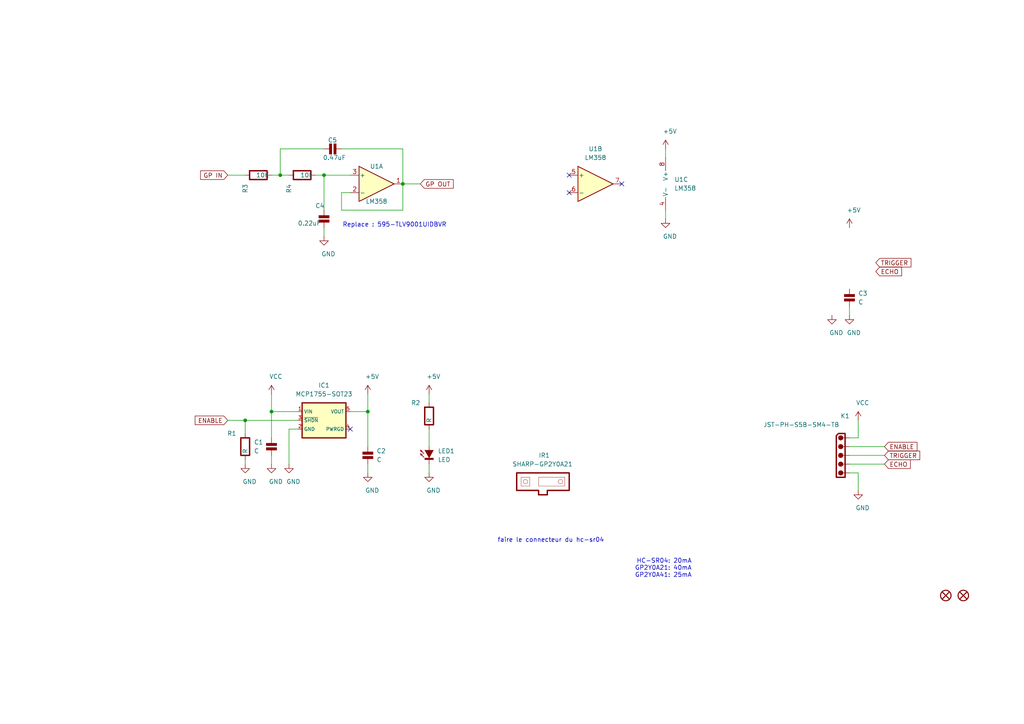
<source format=kicad_sch>
(kicad_sch (version 20210126) (generator eeschema)
  (paper "A4")
  (title_block (title "Diagram") (date "01/2021") (rev "A") (comment 1 "TBOT - PIC8-Bit"))
  (lib_symbols
    (symbol "Amplifier_Operational:LM358" (pin_names (offset 0.127))
      (property "Reference" "U" (at 0 5.08 0))
      (property "Value" "LM358" (at 0 -5.08 0))
      (symbol "LM358_1_1"
        (polyline (pts (xy -5.08 5.08) (xy 5.08 0) (xy -5.08 -5.08) (xy -5.08 5.08)) (stroke (width 0.254)) (fill (type background)))
        (pin output line (at 7.62 0 180) (length 2.54) (name "~") (number "1"))
        (pin input line (at -7.62 -2.54 0) (length 2.54) (name "-") (number "2"))
        (pin input line (at -7.62 2.54 0) (length 2.54) (name "+") (number "3"))
      )
      (symbol "LM358_2_1"
        (polyline (pts (xy -5.08 5.08) (xy 5.08 0) (xy -5.08 -5.08) (xy -5.08 5.08)) (stroke (width 0.254)) (fill (type background)))
        (pin input line (at -7.62 2.54 0) (length 2.54) (name "+") (number "5"))
        (pin input line (at -7.62 -2.54 0) (length 2.54) (name "-") (number "6"))
        (pin output line (at 7.62 0 180) (length 2.54) (name "~") (number "7"))
      )
      (symbol "LM358_3_1"
        (pin power_in line (at -2.54 -7.62 90) (length 3.81) (name "V-") (number "4"))
        (pin power_in line (at -2.54 7.62 270) (length 3.81) (name "V+") (number "8"))
      )
    )
    (symbol "power:+5V" (power) (pin_names (offset 0))
      (property "Value" "+5V" (at 0 3.556 0))
      (symbol "+5V_0_1"
        (polyline (pts (xy -0.762 1.27) (xy 0 2.54)))
        (polyline (pts (xy 0 0) (xy 0 2.54)))
        (polyline (pts (xy 0 2.54) (xy 0.762 1.27)))
      )
      (symbol "+5V_1_1"
        (pin power_in line (at 0 0 90) (length 0) hide (name "+5V") (number "1"))
      )
    )
    (symbol "power:GND" (power) (pin_names (offset 0))
      (property "Value" "GND" (at 0 -3.81 0))
      (symbol "GND_0_1"
        (polyline (pts (xy 0 0) (xy 0 -1.27) (xy 1.27 -1.27) (xy 0 -2.54) (xy -1.27 -1.27) (xy 0 -1.27)))
      )
      (symbol "GND_1_1"
        (pin power_in line (at 0 0 270) (length 0) hide (name "GND") (number "1"))
      )
    )
    (symbol "power:VCC" (power) (pin_names (offset 0))
      (property "Value" "VCC" (at 0 3.81 0))
      (symbol "VCC_0_1"
        (polyline (pts (xy -0.762 1.27) (xy 0 2.54)))
        (polyline (pts (xy 0 0) (xy 0 2.54)))
        (polyline (pts (xy 0 2.54) (xy 0.762 1.27)))
      )
      (symbol "VCC_1_1"
        (pin power_in line (at 0 0 90) (length 0) hide (name "VCC") (number "1"))
      )
    )
    (symbol "tronixALL:C" (pin_numbers hide) (pin_names (offset 0) hide)
      (property "Reference" "C" (at 0.635 2.54 0))
      (property "Value" "C" (at 0.635 -2.54 0))
      (symbol "C_0_1"
        (rectangle (start -1.524 -0.254) (end 1.524 -1.016) (stroke (width 0.001)) (fill (type outline)))
        (rectangle (start -1.524 1.016) (end 1.524 0.254) (stroke (width 0.001)) (fill (type outline)))
      )
      (symbol "C_1_1"
        (pin passive line (at 0 2.54 270) (length 1.905) (name "~") (number "1"))
        (pin passive line (at 0 -2.54 90) (length 1.905) (name "~") (number "2"))
      )
    )
    (symbol "tronixALL:JST-PH-S5B-SM4-TB" (pin_numbers hide) (pin_names (offset 0) hide)
      (property "Reference" "K" (at 0 2.54 0))
      (property "Value" "JST-PH-S5B-SM4-TB" (at 0 -12.7 0))
      (symbol "JST-PH-S5B-SM4-TB_0_1"
        (circle (center 0 0) (radius 0.635) (stroke (width 0.2)) (fill (type outline)))
        (circle (center 0 -2.54) (radius 0.635) (stroke (width 0.2)) (fill (type outline)))
        (circle (center 0 -5.08) (radius 0.635) (stroke (width 0.2)) (fill (type outline)))
        (circle (center 0 -7.62) (radius 0.635) (stroke (width 0.2)) (fill (type outline)))
        (circle (center 0 -10.16) (radius 0.635) (stroke (width 0.2)) (fill (type outline)))
        (polyline (pts (xy -1.27 -11.43) (xy 1.27 -11.43) (xy 1.27 0.635) (xy 0.635 1.27) (xy -1.27 1.27) (xy -1.27 -11.43)) (stroke (width 0.4)))
      )
      (symbol "JST-PH-S5B-SM4-TB_1_1"
        (pin passive line (at -2.54 0 0) (length 1.905) (name "1") (number "1"))
        (pin passive line (at -2.54 -2.54 0) (length 1.905) (name "2") (number "2"))
        (pin passive line (at -2.54 -5.08 0) (length 1.905) (name "3") (number "3"))
        (pin passive line (at -2.54 -7.62 0) (length 1.905) (name "4") (number "4"))
        (pin passive line (at -2.54 -10.16 0) (length 1.905) (name "5") (number "5"))
      )
    )
    (symbol "tronixALL:LED" (pin_numbers hide) (pin_names (offset 0) hide)
      (property "Reference" "LED" (at 0 -2.54 0))
      (property "Value" "LED" (at 0 -5.08 0))
      (symbol "LED_0_1"
        (rectangle (start -1.27 1.27) (end -0.762 -1.27) (stroke (width 0.001)) (fill (type outline)))
        (polyline (pts (xy 1.524 -1.27) (xy 1.524 1.27) (xy -0.762 0) (xy 1.524 -1.27)) (stroke (width 0.001)) (fill (type outline)))
        (polyline (pts (xy 0.508 1.524) (xy 1.524 2.54) (xy 1.27 2.032) (xy 1.016 2.286) (xy 1.524 2.54)) (stroke (width 0.2)))
        (polyline (pts (xy -0.508 1.524) (xy 0.508 2.54) (xy 0.254 2.032) (xy 0 2.286) (xy 0.508 2.54)) (stroke (width 0.2)))
      )
      (symbol "LED_1_1"
        (pin passive line (at -2.54 0 0) (length 1.27) (name "K") (number "1"))
        (pin passive line (at 2.54 0 180) (length 1.27) (name "A") (number "2"))
      )
    )
    (symbol "tronixALL:MCP1755-SOT23" (pin_names (offset 0.5))
      (property "Reference" "IC" (at 0 7.62 0))
      (property "Value" "MCP1755-SOT23" (at 0 -7.62 0))
      (symbol "MCP1755-SOT23_0_1"
        (rectangle (start -6.35 5.08) (end 6.35 -5.08) (stroke (width 0.4)) (fill (type background)))
      )
      (symbol "MCP1755-SOT23_1_1"
        (pin power_in line (at -7.62 2.54 0) (length 1.27) (name "VIN") (number "1"))
        (pin power_in line (at -7.62 -2.54 0) (length 1.27) (name "GND") (number "2"))
        (pin input line (at -7.62 0 0) (length 1.27) (name "~SHDN") (number "3"))
        (pin open_collector line (at 7.62 -2.54 180) (length 1.27) (name "PWRGD") (number "4"))
        (pin input line (at 7.62 2.54 180) (length 1.27) (name "VOUT") (number "5"))
      )
    )
    (symbol "tronixALL:MOUNTING-HOLE-MASK-3MM_1" (pin_numbers hide) (pin_names (offset 0) hide) (in_bom no)
      (symbol "MOUNTING-HOLE-MASK-3MM_1_0_1"
        (circle (center 0 0) (radius 1.524) (stroke (width 0.3)))
        (polyline (pts (xy -1.016 -1.016) (xy 1.016 1.016)) (stroke (width 0.3)))
        (polyline (pts (xy 1.016 -1.016) (xy -1.016 1.016)) (stroke (width 0.3)))
      )
    )
    (symbol "tronixALL:MOUNTING-HOLE-MASK-3MM_3" (pin_numbers hide) (pin_names (offset 0) hide) (in_bom no)
      (symbol "MOUNTING-HOLE-MASK-3MM_3_0_1"
        (circle (center 0 0) (radius 1.524) (stroke (width 0.3)))
        (polyline (pts (xy -1.016 -1.016) (xy 1.016 1.016)) (stroke (width 0.3)))
        (polyline (pts (xy 1.016 -1.016) (xy -1.016 1.016)) (stroke (width 0.3)))
      )
    )
    (symbol "tronixALL:R" (pin_numbers hide) (pin_names (offset 0) hide)
      (property "Reference" "R" (at 2.54 0 90))
      (property "Value" "R" (at 0 0 90))
      (symbol "R_0_1"
        (rectangle (start -1.27 -2.54) (end 1.27 2.54) (stroke (width 0.4)))
      )
      (symbol "R_1_1"
        (pin passive line (at 0 3.81 270) (length 1.27) (name "~") (number "1"))
        (pin passive line (at 0 -3.81 90) (length 1.27) (name "~") (number "2"))
      )
    )
    (symbol "tronixALL:SHARP-GP2Y0A21" (pin_numbers hide) (pin_names (offset 0) hide)
      (property "Reference" "IR" (at 0 3.81 0))
      (property "Value" "SHARP-GP2Y0A21" (at 0 -5.08 0))
      (symbol "SHARP-GP2Y0A21_0_1"
        (circle (center 5.08 0) (radius 0.635) (stroke (width 0.0006)))
        (circle (center -5.08 0) (radius 0.635) (stroke (width 0.0006)))
        (rectangle (start -6.35 -1.27) (end -3.81 1.27) (stroke (width 0.0006)))
        (rectangle (start -1.27 -1.27) (end 6.35 1.27) (stroke (width 0.0006)))
        (polyline (pts (xy -7.62 -2.54) (xy -1.27 -2.54) (xy -1.27 -3.81) (xy 1.27 -3.81) (xy 1.27 -2.54) (xy 7.62 -2.54) (xy 7.62 2.54) (xy -7.62 2.54) (xy -7.62 -2.54)) (stroke (width 0.4)))
      )
    )
  )
  (junction (at 71.12 121.92) (diameter 0.9144))
  (junction (at 78.74 119.38) (diameter 0.9144))
  (junction (at 81.28 50.8) (diameter 0.9144))
  (junction (at 93.98 50.8) (diameter 0.9144))
  (junction (at 106.68 119.38) (diameter 0.9144))
  (junction (at 116.84 53.34) (diameter 0.9144))
  (no_connect (at 101.6 124.46))
  (no_connect (at 165.1 50.8))
  (no_connect (at 165.1 55.88))
  (no_connect (at 180.34 53.34))
  (wire (pts (xy 66.04 50.8) (xy 71.12 50.8)))
  (wire (pts (xy 66.04 121.92) (xy 71.12 121.92)))
  (wire (pts (xy 71.12 121.92) (xy 71.12 125.73)))
  (wire (pts (xy 71.12 121.92) (xy 86.36 121.92)))
  (wire (pts (xy 71.12 133.35) (xy 71.12 134.62)))
  (wire (pts (xy 78.74 50.8) (xy 81.28 50.8)))
  (wire (pts (xy 78.74 119.38) (xy 78.74 114.3)))
  (wire (pts (xy 78.74 119.38) (xy 78.74 127)))
  (wire (pts (xy 78.74 132.08) (xy 78.74 134.62)))
  (wire (pts (xy 81.28 43.18) (xy 81.28 50.8)))
  (wire (pts (xy 81.28 50.8) (xy 83.82 50.8)))
  (wire (pts (xy 83.82 124.46) (xy 83.82 134.62)))
  (wire (pts (xy 86.36 119.38) (xy 78.74 119.38)))
  (wire (pts (xy 86.36 124.46) (xy 83.82 124.46)))
  (wire (pts (xy 91.44 50.8) (xy 93.98 50.8)))
  (wire (pts (xy 93.98 43.18) (xy 81.28 43.18)))
  (wire (pts (xy 93.98 50.8) (xy 93.98 60.96)))
  (wire (pts (xy 93.98 50.8) (xy 101.6 50.8)))
  (wire (pts (xy 93.98 66.04) (xy 93.98 68.58)))
  (wire (pts (xy 99.06 43.18) (xy 116.84 43.18)))
  (wire (pts (xy 99.06 55.88) (xy 99.06 60.96)))
  (wire (pts (xy 99.06 60.96) (xy 116.84 60.96)))
  (wire (pts (xy 101.6 55.88) (xy 99.06 55.88)))
  (wire (pts (xy 101.6 119.38) (xy 106.68 119.38)))
  (wire (pts (xy 106.68 119.38) (xy 106.68 114.3)))
  (wire (pts (xy 106.68 119.38) (xy 106.68 129.54)))
  (wire (pts (xy 106.68 134.62) (xy 106.68 137.16)))
  (wire (pts (xy 116.84 43.18) (xy 116.84 53.34)))
  (wire (pts (xy 116.84 53.34) (xy 116.84 60.96)))
  (wire (pts (xy 116.84 53.34) (xy 121.92 53.34)))
  (wire (pts (xy 124.46 114.3) (xy 124.46 116.84)))
  (wire (pts (xy 124.46 124.46) (xy 124.46 129.54)))
  (wire (pts (xy 124.46 134.62) (xy 124.46 137.16)))
  (wire (pts (xy 193.04 43.18) (xy 193.04 45.72)))
  (wire (pts (xy 193.04 60.96) (xy 193.04 63.5)))
  (wire (pts (xy 246.38 88.9) (xy 246.38 91.44)))
  (wire (pts (xy 246.38 127) (xy 248.92 127)))
  (wire (pts (xy 246.38 129.54) (xy 256.54 129.54)))
  (wire (pts (xy 246.38 132.08) (xy 256.54 132.08)))
  (wire (pts (xy 246.38 134.62) (xy 256.54 134.62)))
  (wire (pts (xy 246.38 137.16) (xy 248.92 137.16)))
  (wire (pts (xy 248.92 127) (xy 248.92 121.92)))
  (wire (pts (xy 248.92 137.16) (xy 248.92 142.24)))
  (text "Replace : 595-TLV9001UIDBVR" (at 129.54 66.04 180) (effects (font (size 1.27 1.27)) (justify right bottom)))
  (text "faire le connecteur du hc-sr04\n" (at 175.26 157.48 180) (effects (font (size 1.27 1.27)) (justify right bottom)))
  (text "HC-SR04: 20mA\nGP2Y0A21: 40mA\nGP2Y0A41: 25mA" (at 200.66 167.64 180) (effects (font (size 1.27 1.27)) (justify right bottom)))
  (global_label "GP IN" (shape input) (at 66.04 50.8 180) (property "Intersheet References" "${INTERSHEET_REFS}" (effects hide)))
  (global_label "ENABLE" (shape input) (at 66.04 121.92 180) (property "Intersheet References" "${INTERSHEET_REFS}" (effects hide)))
  (global_label "GP OUT" (shape input) (at 121.92 53.34 0) (property "Intersheet References" "${INTERSHEET_REFS}" (effects hide)))
  (global_label "TRIGGER" (shape input) (at 254 76.2 0) (property "Intersheet References" "${INTERSHEET_REFS}" (effects hide)))
  (global_label "ECHO" (shape input) (at 254 78.74 0) (property "Intersheet References" "${INTERSHEET_REFS}" (effects hide)))
  (global_label "ENABLE" (shape input) (at 256.54 129.54 0) (property "Intersheet References" "${INTERSHEET_REFS}" (effects hide)))
  (global_label "TRIGGER" (shape input) (at 256.54 132.08 0) (property "Intersheet References" "${INTERSHEET_REFS}" (effects hide)))
  (global_label "ECHO" (shape input) (at 256.54 134.62 0) (property "Intersheet References" "${INTERSHEET_REFS}" (effects hide)))
  (symbol (lib_id "power:VCC") (at 78.74 114.3 0) (unit 1)
    (property "Reference" "#PWR02" (effects hide))
    (property "Value" "VCC" (at 80.01 109.22 0))
  )
  (symbol (lib_id "power:+5V") (at 106.68 114.3 0) (unit 1)
    (property "Reference" "#PWR05" (effects hide))
    (property "Value" "+5V" (at 107.95 109.22 0))
  )
  (symbol (lib_id "power:+5V") (at 124.46 114.3 0) (unit 1)
    (property "Reference" "#PWR07" (effects hide))
    (property "Value" "+5V" (at 125.73 109.22 0))
  )
  (symbol (lib_id "power:+5V") (at 193.04 43.18 0) (unit 1)
    (property "Reference" "#PWR015" (effects hide))
    (property "Value" "+5V" (at 194.31 38.1 0))
  )
  (symbol (lib_id "power:+5V") (at 246.38 66.04 0) (unit 1)
    (property "Reference" "#PWR010" (effects hide))
    (property "Value" "+5V" (at 247.65 60.96 0))
  )
  (symbol (lib_id "power:VCC") (at 248.92 121.92 0) (unit 1)
    (property "Reference" "#PWR012" (effects hide))
    (property "Value" "VCC" (at 250.19 116.84 0))
  )
  (symbol (lib_id "power:GND") (at 71.12 134.62 0) (unit 1)
    (property "Reference" "#PWR01" (effects hide))
    (property "Value" "GND" (at 72.39 139.7 0))
  )
  (symbol (lib_id "power:GND") (at 78.74 134.62 0) (unit 1)
    (property "Reference" "#PWR03" (effects hide))
    (property "Value" "GND" (at 80.01 139.7 0))
  )
  (symbol (lib_id "power:GND") (at 83.82 134.62 0) (unit 1)
    (property "Reference" "#PWR04" (effects hide))
    (property "Value" "GND" (at 85.09 139.7 0))
  )
  (symbol (lib_id "power:GND") (at 93.98 68.58 0) (unit 1)
    (property "Reference" "#PWR014" (effects hide))
    (property "Value" "GND" (at 95.25 73.66 0))
  )
  (symbol (lib_id "power:GND") (at 106.68 137.16 0) (unit 1)
    (property "Reference" "#PWR06" (effects hide))
    (property "Value" "GND" (at 107.95 142.24 0))
  )
  (symbol (lib_id "power:GND") (at 124.46 137.16 0) (unit 1)
    (property "Reference" "#PWR08" (effects hide))
    (property "Value" "GND" (at 125.73 142.24 0))
  )
  (symbol (lib_id "power:GND") (at 193.04 63.5 0) (unit 1)
    (property "Reference" "#PWR016" (effects hide))
    (property "Value" "GND" (at 194.31 68.58 0))
  )
  (symbol (lib_id "power:GND") (at 241.3 91.44 0) (unit 1)
    (property "Reference" "#PWR09" (effects hide))
    (property "Value" "GND" (at 242.57 96.52 0))
  )
  (symbol (lib_id "power:GND") (at 246.38 91.44 0) (unit 1)
    (property "Reference" "#PWR011" (effects hide))
    (property "Value" "GND" (at 247.65 96.52 0))
  )
  (symbol (lib_id "power:GND") (at 248.92 142.24 0) (unit 1)
    (property "Reference" "#PWR013" (effects hide))
    (property "Value" "GND" (at 250.19 147.32 0))
  )
  (symbol (lib_name "tronixALL:MOUNTING-HOLE-MASK-3MM_3") (lib_id "tronixALL:MOUNTING-HOLE-MASK-3MM") (at 274.32 172.72 0) (unit 1)
    (property "Reference" "H1" (effects hide))
    (property "Value" "MOUNTING-HOLE-MASK-3MM" (effects hide))
    (property "Footprint" "tronixALL:M3-MASK" (effects hide))
  )
  (symbol (lib_name "tronixALL:MOUNTING-HOLE-MASK-3MM_1") (lib_id "tronixALL:MOUNTING-HOLE-MASK-3MM") (at 279.4 172.72 0) (unit 1)
    (property "Reference" "H2" (effects hide))
    (property "Value" "MOUNTING-HOLE-MASK-3MM" (effects hide))
    (property "Footprint" "tronixALL:M3-MASK" (effects hide))
  )
  (symbol (lib_id "tronixALL:C") (at 78.74 129.54 0) (unit 1)
    (property "Reference" "C1" (at 73.66 128.27 0) (effects (justify left)))
    (property "Value" "C" (at 73.66 130.81 0) (effects (justify left)))
    (property "Footprint" "tronixALL:CAPACITOR_1206" (effects hide))
  )
  (symbol (lib_id "tronixALL:C") (at 93.98 63.5 0) (unit 1)
    (property "Reference" "C4" (at 91.44 59.69 0) (effects (justify left)))
    (property "Value" "0.22uF" (at 86.36 64.77 0) (effects (justify left)))
    (property "Footprint" "tronixALL:CAPACITOR_1206" (effects hide))
  )
  (symbol (lib_id "tronixALL:C") (at 96.52 43.18 90) (unit 1)
    (property "Reference" "C5" (at 97.79 40.64 90) (effects (justify left)))
    (property "Value" "0.47uF" (at 100.33 45.72 90) (effects (justify left)))
    (property "Footprint" "tronixALL:CAPACITOR_1206" (effects hide))
  )
  (symbol (lib_id "tronixALL:C") (at 106.68 132.08 0) (unit 1)
    (property "Reference" "C2" (at 109.22 130.81 0) (effects (justify left)))
    (property "Value" "C" (at 109.22 133.35 0) (effects (justify left)))
    (property "Footprint" "tronixALL:CAPACITOR_1206" (effects hide))
  )
  (symbol (lib_id "tronixALL:C") (at 246.38 86.36 0) (unit 1)
    (property "Reference" "C3" (at 248.92 85.09 0) (effects (justify left)))
    (property "Value" "C" (at 248.92 87.63 0) (effects (justify left)))
    (property "Footprint" "tronixALL:CAPACITOR_1206" (effects hide))
  )
  (symbol (lib_id "tronixALL:LED") (at 124.46 132.08 90) (unit 1)
    (property "Reference" "LED1" (at 127 130.81 90) (effects (justify right)))
    (property "Value" "LED" (at 127 133.35 90) (effects (justify right)))
    (property "Footprint" "tronixALL:LED_1206" (effects hide))
  )
  (symbol (lib_id "tronixALL:R") (at 71.12 129.54 0) (unit 1)
    (property "Reference" "R1" (at 68.58 125.73 0) (effects (justify right)))
    (property "Value" "R" (at 71.12 130.81 90))
    (property "Footprint" "tronixALL:RESISTOR_1206" (effects hide))
  )
  (symbol (lib_id "tronixALL:R") (at 74.93 50.8 90) (unit 1)
    (property "Reference" "R3" (at 71.12 53.34 0) (effects (justify right)))
    (property "Value" "10K" (at 76.2 50.8 90))
    (property "Footprint" "tronixALL:RESISTOR_1206" (effects hide))
  )
  (symbol (lib_id "tronixALL:R") (at 87.63 50.8 90) (unit 1)
    (property "Reference" "R4" (at 83.82 53.34 0) (effects (justify right)))
    (property "Value" "10k" (at 88.9 50.8 90))
    (property "Footprint" "tronixALL:RESISTOR_1206" (effects hide))
  )
  (symbol (lib_id "tronixALL:R") (at 124.46 120.65 0) (unit 1)
    (property "Reference" "R2" (at 121.92 116.84 0) (effects (justify right)))
    (property "Value" "R" (at 124.46 121.92 90))
    (property "Footprint" "tronixALL:RESISTOR_1206" (effects hide))
  )
  (symbol (lib_id "Amplifier_Operational:LM358") (at 195.58 53.34 0) (unit 3)
    (property "Reference" "U1" (at 195.58 52.07 0) (effects (justify left)))
    (property "Value" "LM358" (at 195.58 54.61 0) (effects (justify left)))
    (property "Datasheet" "http://www.ti.com/lit/ds/symlink/lm2904-n.pdf" (effects hide))
  )
  (symbol (lib_id "tronixALL:JST-PH-S5B-SM4-TB") (at 243.84 127 0) (mirror y) (unit 1)
    (property "Reference" "K1" (at 245.11 120.65 0))
    (property "Value" "JST-PH-S5B-SM4-TB" (at 232.41 123.19 0))
    (property "Footprint" "tronixALL:JST-S5B-PH-SM4-TB" (effects hide))
    (property "Datasheet" "https://www.jst-mfg.com/product/pdf/eng/ePH.pdf?603fef265f00b" (effects hide))
  )
  (symbol (lib_id "tronixALL:SHARP-GP2Y0A21") (at 157.48 139.7 0) (unit 1)
    (property "Reference" "IR1" (at 156.21 132.08 0) (effects (justify left)))
    (property "Value" "SHARP-GP2Y0A21" (at 148.59 134.62 0) (effects (justify left)))
    (property "Footprint" "tronixALL:SHARP-GP2Y0A21" (effects hide))
    (property "Datasheet" "http://global.sharp/products/device/lineup/selection/opto/haca/diagram.html" (effects hide))
  )
  (symbol (lib_id "Amplifier_Operational:LM358") (at 109.22 53.34 0) (unit 1)
    (property "Reference" "U1" (at 109.22 48.26 0))
    (property "Value" "LM358" (at 109.22 58.42 0))
    (property "Datasheet" "http://www.ti.com/lit/ds/symlink/lm2904-n.pdf" (effects hide))
  )
  (symbol (lib_id "Amplifier_Operational:LM358") (at 172.72 53.34 0) (unit 2)
    (property "Reference" "U1" (at 172.72 43.18 0))
    (property "Value" "LM358" (at 172.72 45.72 0))
    (property "Datasheet" "http://www.ti.com/lit/ds/symlink/lm2904-n.pdf" (effects hide))
  )
  (symbol (lib_id "tronixALL:MCP1755-SOT23") (at 93.98 121.92 0) (unit 1)
    (property "Reference" "IC1" (at 93.98 111.76 0))
    (property "Value" "MCP1755-SOT23" (at 93.98 114.3 0))
    (property "Footprint" "tronixALL:SOT-23-5" (effects hide))
    (property "Datasheet" "https://www.microchip.com/wwwproducts/en/MCP1755" (effects hide))
  )
)
</source>
